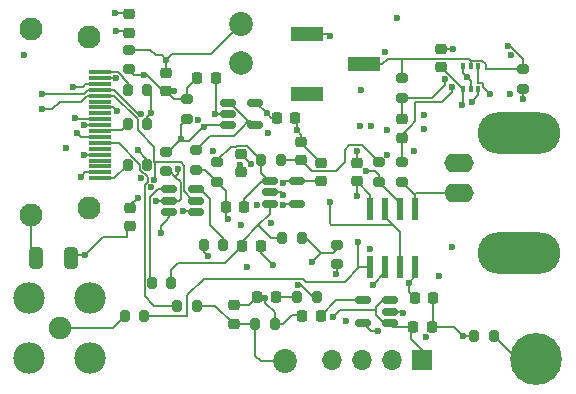
<source format=gbr>
%TF.GenerationSoftware,KiCad,Pcbnew,(6.0.11)*%
%TF.CreationDate,2024-01-26T14:49:32-06:00*%
%TF.ProjectId,voltage_sense,766f6c74-6167-4655-9f73-656e73652e6b,rev?*%
%TF.SameCoordinates,Original*%
%TF.FileFunction,Copper,L1,Top*%
%TF.FilePolarity,Positive*%
%FSLAX46Y46*%
G04 Gerber Fmt 4.6, Leading zero omitted, Abs format (unit mm)*
G04 Created by KiCad (PCBNEW (6.0.11)) date 2024-01-26 14:49:32*
%MOMM*%
%LPD*%
G01*
G04 APERTURE LIST*
G04 Aperture macros list*
%AMRoundRect*
0 Rectangle with rounded corners*
0 $1 Rounding radius*
0 $2 $3 $4 $5 $6 $7 $8 $9 X,Y pos of 4 corners*
0 Add a 4 corners polygon primitive as box body*
4,1,4,$2,$3,$4,$5,$6,$7,$8,$9,$2,$3,0*
0 Add four circle primitives for the rounded corners*
1,1,$1+$1,$2,$3*
1,1,$1+$1,$4,$5*
1,1,$1+$1,$6,$7*
1,1,$1+$1,$8,$9*
0 Add four rect primitives between the rounded corners*
20,1,$1+$1,$2,$3,$4,$5,0*
20,1,$1+$1,$4,$5,$6,$7,0*
20,1,$1+$1,$6,$7,$8,$9,0*
20,1,$1+$1,$8,$9,$2,$3,0*%
G04 Aperture macros list end*
%TA.AperFunction,SMDPad,CuDef*%
%ADD10R,0.558800X1.981200*%
%TD*%
%TA.AperFunction,SMDPad,CuDef*%
%ADD11RoundRect,0.150000X-0.512500X-0.150000X0.512500X-0.150000X0.512500X0.150000X-0.512500X0.150000X0*%
%TD*%
%TA.AperFunction,SMDPad,CuDef*%
%ADD12RoundRect,0.200000X0.200000X0.275000X-0.200000X0.275000X-0.200000X-0.275000X0.200000X-0.275000X0*%
%TD*%
%TA.AperFunction,ComponentPad*%
%ADD13R,1.700000X1.700000*%
%TD*%
%TA.AperFunction,ComponentPad*%
%ADD14O,1.700000X1.700000*%
%TD*%
%TA.AperFunction,SMDPad,CuDef*%
%ADD15RoundRect,0.200000X0.275000X-0.200000X0.275000X0.200000X-0.275000X0.200000X-0.275000X-0.200000X0*%
%TD*%
%TA.AperFunction,SMDPad,CuDef*%
%ADD16RoundRect,0.225000X-0.225000X-0.250000X0.225000X-0.250000X0.225000X0.250000X-0.225000X0.250000X0*%
%TD*%
%TA.AperFunction,SMDPad,CuDef*%
%ADD17RoundRect,0.150000X0.512500X0.150000X-0.512500X0.150000X-0.512500X-0.150000X0.512500X-0.150000X0*%
%TD*%
%TA.AperFunction,SMDPad,CuDef*%
%ADD18RoundRect,0.225000X-0.250000X0.225000X-0.250000X-0.225000X0.250000X-0.225000X0.250000X0.225000X0*%
%TD*%
%TA.AperFunction,ComponentPad*%
%ADD19C,2.020000*%
%TD*%
%TA.AperFunction,SMDPad,CuDef*%
%ADD20RoundRect,0.200000X-0.200000X-0.275000X0.200000X-0.275000X0.200000X0.275000X-0.200000X0.275000X0*%
%TD*%
%TA.AperFunction,SMDPad,CuDef*%
%ADD21R,0.420000X0.600000*%
%TD*%
%TA.AperFunction,SMDPad,CuDef*%
%ADD22RoundRect,0.200000X-0.275000X0.200000X-0.275000X-0.200000X0.275000X-0.200000X0.275000X0.200000X0*%
%TD*%
%TA.AperFunction,SMDPad,CuDef*%
%ADD23RoundRect,0.225000X0.225000X0.250000X-0.225000X0.250000X-0.225000X-0.250000X0.225000X-0.250000X0*%
%TD*%
%TA.AperFunction,ComponentPad*%
%ADD24C,2.000000*%
%TD*%
%TA.AperFunction,ComponentPad*%
%ADD25O,2.500000X1.600000*%
%TD*%
%TA.AperFunction,ComponentPad*%
%ADD26O,7.000000X3.500000*%
%TD*%
%TA.AperFunction,SMDPad,CuDef*%
%ADD27R,1.900000X0.300000*%
%TD*%
%TA.AperFunction,ComponentPad*%
%ADD28C,1.950000*%
%TD*%
%TA.AperFunction,ComponentPad*%
%ADD29C,4.400000*%
%TD*%
%TA.AperFunction,SMDPad,CuDef*%
%ADD30RoundRect,0.250000X-0.325000X-0.650000X0.325000X-0.650000X0.325000X0.650000X-0.325000X0.650000X0*%
%TD*%
%TA.AperFunction,SMDPad,CuDef*%
%ADD31R,2.790000X1.190000*%
%TD*%
%TA.AperFunction,SMDPad,CuDef*%
%ADD32RoundRect,0.225000X0.250000X-0.225000X0.250000X0.225000X-0.250000X0.225000X-0.250000X-0.225000X0*%
%TD*%
%TA.AperFunction,ComponentPad*%
%ADD33C,1.905000*%
%TD*%
%TA.AperFunction,ComponentPad*%
%ADD34C,2.667000*%
%TD*%
%TA.AperFunction,ViaPad*%
%ADD35C,0.600000*%
%TD*%
%TA.AperFunction,Conductor*%
%ADD36C,0.127000*%
%TD*%
%TA.AperFunction,Conductor*%
%ADD37C,0.152400*%
%TD*%
G04 APERTURE END LIST*
D10*
%TO.P,U7,1,OUTA*%
%TO.N,/vsense/gain_adjust_2/OUT*%
X31127700Y11074400D03*
%TO.P,U7,2,-INA*%
%TO.N,/vsense/-IN_A*%
X32397700Y11074400D03*
%TO.P,U7,3,+INA*%
%TO.N,/vsense/STG1_OUT*%
X33667700Y11074400D03*
%TO.P,U7,4,-V*%
%TO.N,-15V*%
X34937700Y11074400D03*
%TO.P,U7,5,+INB*%
%TO.N,Net-(J5-Pad1)*%
X34937700Y16002000D03*
%TO.P,U7,6,-INB*%
%TO.N,/vsense/-IN_B*%
X33667700Y16002000D03*
%TO.P,U7,7,OUTB*%
%TO.N,/vsense/STG1_OUT*%
X32397700Y16002000D03*
%TO.P,U7,8,V+*%
%TO.N,+15V*%
X31127700Y16002000D03*
%TD*%
D11*
%TO.P,U3,1*%
%TO.N,/vsense/OFF_ADJ*%
X22615200Y18348300D03*
%TO.P,U3,2,V-*%
%TO.N,-15V*%
X22615200Y17398300D03*
%TO.P,U3,3,+*%
%TO.N,Net-(C11-Pad2)*%
X22615200Y16448300D03*
%TO.P,U3,4,-*%
%TO.N,Net-(C21-Pad2)*%
X24890200Y16448300D03*
%TO.P,U3,5,V+*%
%TO.N,+15V*%
X24890200Y18348300D03*
%TD*%
D12*
%TO.P,R10,1*%
%TO.N,Net-(C11-Pad2)*%
X14287000Y9715500D03*
%TO.P,R10,2*%
%TO.N,Net-(IC1-Pad1)*%
X12637000Y9715500D03*
%TD*%
D13*
%TO.P,J2,1,Pin_1*%
%TO.N,+5V*%
X35550000Y3168500D03*
D14*
%TO.P,J2,2,Pin_2*%
%TO.N,-15V*%
X33010000Y3168500D03*
%TO.P,J2,3,Pin_3*%
%TO.N,+15V*%
X30470000Y3168500D03*
%TO.P,J2,4,Pin_4*%
%TO.N,GND*%
X27930000Y3168500D03*
%TD*%
D15*
%TO.P,R13,1*%
%TO.N,Net-(C12-Pad1)*%
X33782000Y25400500D03*
%TO.P,R13,2*%
%TO.N,Net-(R11-Pad2)*%
X33782000Y27050500D03*
%TD*%
D16*
%TO.P,C6,1*%
%TO.N,-15V*%
X34912000Y8445500D03*
%TO.P,C6,2*%
%TO.N,GND*%
X36462000Y8445500D03*
%TD*%
D17*
%TO.P,U9,1,VIN*%
%TO.N,+5V*%
X32760500Y6352500D03*
%TO.P,U9,2,GND*%
%TO.N,GND*%
X32760500Y7302500D03*
%TO.P,U9,3,ON/~{OFF}*%
%TO.N,+5V*%
X32760500Y8252500D03*
%TO.P,U9,4,BP*%
%TO.N,Net-(C19-Pad1)*%
X30485500Y8252500D03*
%TO.P,U9,5,VOUT*%
%TO.N,+3V3*%
X30485500Y6352500D03*
%TD*%
D18*
%TO.P,C2,1*%
%TO.N,GND*%
X29972000Y19888500D03*
%TO.P,C2,2*%
%TO.N,+15V*%
X29972000Y18338500D03*
%TD*%
D19*
%TO.P,TP1,1*%
%TO.N,Net-(C13-Pad2)*%
X23876000Y3111500D03*
%TD*%
D12*
%TO.P,R4,1*%
%TO.N,/vsense/STG1_OUT*%
X12255000Y23177500D03*
%TO.P,R4,2*%
%TO.N,/vsense/CAL_ADC*%
X10605000Y23177500D03*
%TD*%
D15*
%TO.P,R6,1*%
%TO.N,Net-(C21-Pad2)*%
X16383000Y19304500D03*
%TO.P,R6,2*%
%TO.N,/vsense/2V_BUF*%
X16383000Y20954500D03*
%TD*%
D18*
%TO.P,C39,1*%
%TO.N,GND*%
X10668000Y32461500D03*
%TO.P,C39,2*%
%TO.N,+5V*%
X10668000Y30911500D03*
%TD*%
%TO.P,C8,1*%
%TO.N,GND*%
X25273000Y21666500D03*
%TO.P,C8,2*%
%TO.N,Net-(C8-Pad2)*%
X25273000Y20116500D03*
%TD*%
D12*
%TO.P,R66,1*%
%TO.N,+3V3*%
X26606000Y8572500D03*
%TO.P,R66,2*%
%TO.N,Net-(C5-Pad1)*%
X24956000Y8572500D03*
%TD*%
%TO.P,R71,1*%
%TO.N,Net-(H3-Pad1)*%
X41592000Y5270500D03*
%TO.P,R71,2*%
%TO.N,GND*%
X39942000Y5270500D03*
%TD*%
D15*
%TO.P,R28,1*%
%TO.N,Net-(C24-Pad2)*%
X15621000Y23622500D03*
%TO.P,R28,2*%
%TO.N,GND*%
X15621000Y25272500D03*
%TD*%
D20*
%TO.P,R16,1*%
%TO.N,Net-(C13-Pad2)*%
X21400000Y6286500D03*
%TO.P,R16,2*%
%TO.N,GND*%
X23050000Y6286500D03*
%TD*%
D12*
%TO.P,R15,1*%
%TO.N,Net-(C13-Pad2)*%
X16446000Y7810500D03*
%TO.P,R15,2*%
%TO.N,/vsense/CC*%
X14796000Y7810500D03*
%TD*%
D21*
%TO.P,U4,1,VDD*%
%TO.N,+3V3*%
X38974000Y26164500D03*
%TO.P,U4,2,VSS*%
%TO.N,GND*%
X39624000Y26164500D03*
%TO.P,U4,3,SCL*%
%TO.N,SCL*%
X40274000Y26164500D03*
%TO.P,U4,4,SDA*%
%TO.N,SDA*%
X40274000Y28064500D03*
%TO.P,U4,5,B*%
%TO.N,Net-(R11-Pad2)*%
X39624000Y28064500D03*
%TO.P,U4,6,W*%
%TO.N,GND*%
X38974000Y28064500D03*
%TD*%
D11*
%TO.P,IC1,1,VOUT*%
%TO.N,Net-(IC1-Pad1)*%
X14102500Y17650500D03*
%TO.P,IC1,2,VA*%
%TO.N,+4V*%
X14102500Y16700500D03*
%TO.P,IC1,3,GND*%
%TO.N,GND*%
X14102500Y15750500D03*
%TO.P,IC1,4,SDA*%
%TO.N,SDA*%
X16377500Y15750500D03*
%TO.P,IC1,5,SCL*%
%TO.N,SCL*%
X16377500Y16700500D03*
%TO.P,IC1,6,ADR0*%
%TO.N,Net-(IC1-Pad6)*%
X16377500Y17650500D03*
%TD*%
D22*
%TO.P,R27,1*%
%TO.N,Net-(C24-Pad2)*%
X13843000Y20827500D03*
%TO.P,R27,2*%
%TO.N,+4V*%
X13843000Y19177500D03*
%TD*%
D23*
%TO.P,C11,1*%
%TO.N,GND*%
X21857000Y12890500D03*
%TO.P,C11,2*%
%TO.N,Net-(C11-Pad2)*%
X20307000Y12890500D03*
%TD*%
D12*
%TO.P,R31,1*%
%TO.N,Net-(C8-Pad2)*%
X23558000Y20129500D03*
%TO.P,R31,2*%
%TO.N,/vsense/OFF_ADJ*%
X21908000Y20129500D03*
%TD*%
%TO.P,R3,2*%
%TO.N,GND*%
X17019000Y12921500D03*
%TO.P,R3,1*%
%TO.N,Net-(IC1-Pad6)*%
X18669000Y12921500D03*
%TD*%
D24*
%TO.P,TP9,1,1*%
%TO.N,GND*%
X20193000Y28384500D03*
%TD*%
D20*
%TO.P,R14,1*%
%TO.N,/vsense/SMA_OUT*%
X10351000Y6921500D03*
%TO.P,R14,2*%
%TO.N,/vsense/gain_adjust_2/OUT*%
X12001000Y6921500D03*
%TD*%
D15*
%TO.P,R11,1*%
%TO.N,GND*%
X44069000Y26162500D03*
%TO.P,R11,2*%
%TO.N,Net-(R11-Pad2)*%
X44069000Y27812500D03*
%TD*%
D22*
%TO.P,R26,1*%
%TO.N,GND*%
X28321000Y12953500D03*
%TO.P,R26,2*%
%TO.N,/vsense/-IN_A*%
X28321000Y11303500D03*
%TD*%
D25*
%TO.P,J5,1,In*%
%TO.N,Net-(J5-Pad1)*%
X38608000Y17317500D03*
D26*
%TO.P,J5,2,Ext*%
%TO.N,GND*%
X43688000Y22397500D03*
D25*
X38608000Y19857500D03*
D26*
X43688000Y12237500D03*
%TD*%
D27*
%TO.P,J4,1,D2+*%
%TO.N,/vsense/CMD*%
X8268000Y18585500D03*
%TO.P,J4,2,D2S*%
%TO.N,GND*%
X8268000Y19085500D03*
%TO.P,J4,3,D2-*%
%TO.N,/vsense/CAL_DAC*%
X8268000Y19585500D03*
%TO.P,J4,4,D1+*%
%TO.N,/vsense/OUT_P*%
X8268000Y20085500D03*
%TO.P,J4,5,D1S*%
%TO.N,GND*%
X8268000Y20585500D03*
%TO.P,J4,6,D1-*%
%TO.N,/vsense/OUT_N*%
X8268000Y21085500D03*
%TO.P,J4,7,D0+*%
%TO.N,/vsense/CC*%
X8268000Y21585500D03*
%TO.P,J4,8,D0S*%
%TO.N,GND*%
X8268000Y22085500D03*
%TO.P,J4,9,D0-*%
%TO.N,/vsense/CAL_ADC*%
X8268000Y22585500D03*
%TO.P,J4,10,CK+*%
%TO.N,+15V*%
X8268000Y23085500D03*
%TO.P,J4,11,CKS*%
%TO.N,GND*%
X8268000Y23585500D03*
%TO.P,J4,12,CK-*%
%TO.N,/vsense/VCM*%
X8268000Y24085500D03*
%TO.P,J4,13,CEC*%
%TO.N,-15V*%
X8268000Y24585500D03*
%TO.P,J4,14,UTILITY*%
%TO.N,unconnected-(J4-Pad14)*%
X8268000Y25085500D03*
%TO.P,J4,15,SCL*%
%TO.N,SCL*%
X8268000Y25585500D03*
%TO.P,J4,16,SDA*%
%TO.N,SDA*%
X8268000Y26085500D03*
%TO.P,J4,17,GND*%
%TO.N,GND*%
X8268000Y26585500D03*
%TO.P,J4,18,+5V*%
%TO.N,+5V*%
X8268000Y27085500D03*
%TO.P,J4,19,HPD*%
%TO.N,/vsense/AMP_OUT*%
X8268000Y27585500D03*
D28*
%TO.P,J4,SH,SH*%
%TO.N,Net-(FB1-Pad1)*%
X7318000Y16085500D03*
X7318000Y30585500D03*
X2418000Y31185500D03*
X2418000Y15485500D03*
%TD*%
D22*
%TO.P,R9,1*%
%TO.N,/vsense/OFF_ADJ*%
X18161000Y19938500D03*
%TO.P,R9,2*%
%TO.N,Net-(C21-Pad2)*%
X18161000Y18288500D03*
%TD*%
D18*
%TO.P,C9,1*%
%TO.N,GND*%
X26924000Y19888500D03*
%TO.P,C9,2*%
%TO.N,+15V*%
X26924000Y18338500D03*
%TD*%
D23*
%TO.P,C14,1*%
%TO.N,GND*%
X24778000Y23685500D03*
%TO.P,C14,2*%
%TO.N,+15V*%
X23228000Y23685500D03*
%TD*%
%TO.P,C15,1*%
%TO.N,-15V*%
X18047000Y27114500D03*
%TO.P,C15,2*%
%TO.N,GND*%
X16497000Y27114500D03*
%TD*%
D12*
%TO.P,R29,1*%
%TO.N,GND*%
X25336000Y13525500D03*
%TO.P,R29,2*%
%TO.N,Net-(C11-Pad2)*%
X23686000Y13525500D03*
%TD*%
D18*
%TO.P,C13,1*%
%TO.N,GND*%
X19558000Y7823500D03*
%TO.P,C13,2*%
%TO.N,Net-(C13-Pad2)*%
X19558000Y6273500D03*
%TD*%
D11*
%TO.P,U1,1*%
%TO.N,/vsense/2V_BUF*%
X19091250Y24955500D03*
%TO.P,U1,2,V-*%
%TO.N,-15V*%
X19091250Y24005500D03*
%TO.P,U1,3,+*%
%TO.N,Net-(C24-Pad2)*%
X19091250Y23055500D03*
%TO.P,U1,4,-*%
%TO.N,/vsense/2V_BUF*%
X21366250Y23055500D03*
%TO.P,U1,5,V+*%
%TO.N,+15V*%
X21366250Y24955500D03*
%TD*%
D15*
%TO.P,R30,1*%
%TO.N,/vsense/-IN_B*%
X31877000Y18288500D03*
%TO.P,R30,2*%
%TO.N,Net-(C8-Pad2)*%
X31877000Y19938500D03*
%TD*%
D22*
%TO.P,R1,1*%
%TO.N,Net-(C1-Pad2)*%
X10668000Y29463500D03*
%TO.P,R1,2*%
%TO.N,GND*%
X10668000Y27813500D03*
%TD*%
D29*
%TO.P,H3,1,1*%
%TO.N,Net-(H3-Pad1)*%
X45200000Y3317500D03*
%TD*%
D22*
%TO.P,R12,1*%
%TO.N,Net-(C12-Pad2)*%
X33782000Y19938500D03*
%TO.P,R12,2*%
%TO.N,Net-(J5-Pad1)*%
X33782000Y18288500D03*
%TD*%
D19*
%TO.P,TP2,1*%
%TO.N,Net-(C1-Pad2)*%
X20193000Y31686500D03*
%TD*%
D30*
%TO.P,FB1,1*%
%TO.N,Net-(FB1-Pad1)*%
X2843000Y11874500D03*
%TO.P,FB1,2*%
%TO.N,GND*%
X5793000Y11874500D03*
%TD*%
D12*
%TO.P,R18,1*%
%TO.N,/vsense/STG1_OUT*%
X12255000Y26098500D03*
%TO.P,R18,2*%
%TO.N,/vsense/AMP_OUT*%
X10605000Y26098500D03*
%TD*%
D23*
%TO.P,C21,1*%
%TO.N,/vsense/OFF_ADJ*%
X20460000Y16192500D03*
%TO.P,C21,2*%
%TO.N,Net-(C21-Pad2)*%
X18910000Y16192500D03*
%TD*%
%TO.P,C19,1*%
%TO.N,Net-(C19-Pad1)*%
X26937000Y6921500D03*
%TO.P,C19,2*%
%TO.N,GND*%
X25387000Y6921500D03*
%TD*%
D18*
%TO.P,C12,1*%
%TO.N,Net-(C12-Pad1)*%
X33782000Y23571500D03*
%TO.P,C12,2*%
%TO.N,Net-(C12-Pad2)*%
X33782000Y22021500D03*
%TD*%
D31*
%TO.P,RV1,1,1*%
%TO.N,Net-(C12-Pad1)*%
X25779000Y30797500D03*
%TO.P,RV1,2,2*%
%TO.N,Net-(R11-Pad2)*%
X30609000Y28257500D03*
%TO.P,RV1,3,3*%
%TO.N,unconnected-(RV1-Pad3)*%
X25779000Y25717500D03*
%TD*%
D16*
%TO.P,C4,1*%
%TO.N,+5V*%
X34785000Y6032500D03*
%TO.P,C4,2*%
%TO.N,GND*%
X36335000Y6032500D03*
%TD*%
D32*
%TO.P,C10,1*%
%TO.N,-15V*%
X20193000Y19100500D03*
%TO.P,C10,2*%
%TO.N,GND*%
X20193000Y20650500D03*
%TD*%
%TO.P,C3,1*%
%TO.N,GND*%
X10795000Y14528500D03*
%TO.P,C3,2*%
%TO.N,+4V*%
X10795000Y16078500D03*
%TD*%
D12*
%TO.P,R2,1*%
%TO.N,Net-(C1-Pad2)*%
X12255000Y19748500D03*
%TO.P,R2,2*%
%TO.N,/vsense/CMD*%
X10605000Y19748500D03*
%TD*%
D23*
%TO.P,C5,1*%
%TO.N,Net-(C5-Pad1)*%
X23127000Y8572500D03*
%TO.P,C5,2*%
%TO.N,GND*%
X21577000Y8572500D03*
%TD*%
D32*
%TO.P,C1,1*%
%TO.N,GND*%
X13843000Y25958500D03*
%TO.P,C1,2*%
%TO.N,Net-(C1-Pad2)*%
X13843000Y27508500D03*
%TD*%
D18*
%TO.P,C47,1*%
%TO.N,GND*%
X37084000Y29540500D03*
%TO.P,C47,2*%
%TO.N,+3V3*%
X37084000Y27990500D03*
%TD*%
D33*
%TO.P,J1,1,In*%
%TO.N,/vsense/SMA_OUT*%
X4826000Y5905500D03*
D34*
%TO.P,J1,2,Ext*%
%TO.N,GND*%
X7375900Y3355600D03*
%TO.P,J1,3*%
%TO.N,N/C*%
X2276100Y3355600D03*
%TO.P,J1,4*%
X2276100Y8455400D03*
%TO.P,J1,5*%
X7375900Y8455400D03*
%TD*%
D35*
%TO.N,GND*%
X22479000Y22415500D03*
X6604000Y18697850D03*
X6299585Y22453676D03*
X33909000Y7175500D03*
X31206302Y23010217D03*
X44069000Y25330500D03*
X13399000Y13970500D03*
X29083000Y6540500D03*
X6858000Y20585500D03*
X6096000Y23685500D03*
X22860000Y11239500D03*
X17780000Y20891500D03*
X26162000Y11493500D03*
X21526200Y16301500D03*
X35687000Y22796500D03*
X36957000Y10350500D03*
X43053000Y29019500D03*
X38989000Y5270500D03*
X21018000Y19811500D03*
X6985000Y12128500D03*
X20193000Y14668500D03*
X11938000Y27368500D03*
X9525000Y32575500D03*
X29972000Y20891500D03*
X22250500Y8445500D03*
X24892000Y22669500D03*
X5969000Y26352500D03*
X17399000Y12001500D03*
X38100000Y29527500D03*
X39359593Y27119765D03*
X33401000Y32194500D03*
X14478000Y25971500D03*
%TO.N,Net-(C1-Pad2)*%
X13843000Y28638500D03*
X11483116Y20944616D03*
%TO.N,SCL*%
X12555000Y17843500D03*
X12827000Y18478500D03*
X39751000Y25077829D03*
X3302000Y24447500D03*
%TO.N,SDA*%
X41275000Y25717500D03*
X11684000Y24066500D03*
X15240000Y15811500D03*
X11679583Y18603701D03*
X3302000Y25717500D03*
%TO.N,+5V*%
X9603565Y27036642D03*
X27978592Y6865656D03*
X9639000Y31038500D03*
X16557715Y23490017D03*
X20701000Y11112500D03*
%TO.N,+15V*%
X22352000Y24086600D03*
X32385000Y29273500D03*
X34798000Y20891500D03*
X6893000Y23060600D03*
X29967611Y17103299D03*
X31094898Y12622500D03*
X23749000Y18224500D03*
%TO.N,-15V*%
X35709568Y23909302D03*
X17992250Y24005500D03*
X9646200Y24289900D03*
X30261701Y23050500D03*
X34397825Y9751186D03*
X42926000Y25717500D03*
X23749000Y17208500D03*
X35814000Y5143500D03*
X20142030Y19736000D03*
%TO.N,+3V3*%
X1778000Y29019500D03*
X31750000Y5651500D03*
X38918933Y24771567D03*
X25019000Y9588500D03*
X32587682Y20588705D03*
X5334000Y21145500D03*
%TO.N,Net-(C12-Pad1)*%
X37452537Y26975037D03*
X27686000Y30670500D03*
%TO.N,Net-(C21-Pad2)*%
X23749000Y16301500D03*
X19113500Y15113000D03*
%TO.N,/vsense/STG1_OUT*%
X27718000Y16573500D03*
X12583936Y24133000D03*
X30353000Y26098500D03*
%TO.N,Net-(C12-Pad2)*%
X38026116Y26299384D03*
%TO.N,Net-(R11-Pad2)*%
X42799000Y29781500D03*
%TO.N,/vsense/gain_adjust_2/OUT*%
X38067993Y12731493D03*
X30089498Y13149986D03*
%TO.N,+4V*%
X11434661Y16955403D03*
X14859000Y19413000D03*
X13011600Y16700500D03*
%TO.N,/vsense/SW3*%
X22733000Y14795500D03*
X32512000Y22669500D03*
%TO.N,Net-(C24-Pad2)*%
X15113000Y21907500D03*
X17053155Y22958655D03*
%TO.N,/vsense/-IN_A*%
X31369000Y9588500D03*
X28194000Y10477500D03*
%TO.N,/vsense/-IN_B*%
X30734000Y19240500D03*
%TD*%
D36*
%TO.N,GND*%
X11113000Y27368500D02*
X10668000Y27813500D01*
D37*
X23737500Y6286500D02*
X24486100Y7035100D01*
D36*
X38227000Y6032500D02*
X36335000Y6032500D01*
D37*
X6793000Y26352500D02*
X6964000Y26523500D01*
X19558000Y7823500D02*
X20828000Y7823500D01*
X14529000Y25272500D02*
X13843000Y25958500D01*
D36*
X25273400Y7035100D02*
X25387000Y6921500D01*
D37*
X6192800Y23588700D02*
X6096000Y23685500D01*
X26924000Y12255500D02*
X26162000Y11493500D01*
X25654000Y13525500D02*
X26924000Y12255500D01*
X6964000Y26585500D02*
X8268000Y26585500D01*
D36*
X38989000Y5270500D02*
X38227000Y6032500D01*
X14102500Y15269700D02*
X13843000Y15010200D01*
D37*
X24892000Y22669500D02*
X24892000Y23571500D01*
D36*
X13399000Y14566200D02*
X13843000Y15010200D01*
X11938000Y27368500D02*
X11113000Y27368500D01*
X17399000Y12001500D02*
X17019000Y12381500D01*
X38989000Y5270500D02*
X39942000Y5270500D01*
X36462000Y6159500D02*
X36335000Y6032500D01*
X6858000Y20585500D02*
X8268000Y20585500D01*
D37*
X33782000Y7302500D02*
X33909000Y7175500D01*
X25336000Y13525500D02*
X25654000Y13525500D01*
X22123500Y8572500D02*
X21577000Y8572500D01*
X39624000Y26164500D02*
X39624000Y26860500D01*
X22860000Y11239500D02*
X21857000Y12242500D01*
X24892000Y23571500D02*
X24778000Y23685500D01*
X38087000Y29540500D02*
X38100000Y29527500D01*
D36*
X6985000Y12128500D02*
X6047000Y12128500D01*
D37*
X29972000Y19888500D02*
X29972000Y20891500D01*
X39624000Y26860500D02*
X38974000Y27510500D01*
X22250500Y8445500D02*
X22123500Y8572500D01*
X14478000Y25971500D02*
X13856000Y25971500D01*
X8268000Y23585500D02*
X8264800Y23588700D01*
D36*
X24486100Y7035100D02*
X25273400Y7035100D01*
X17019000Y12381500D02*
X17019000Y12921500D01*
D37*
X13602000Y25958500D02*
X12192000Y27368500D01*
X21857000Y12242500D02*
X21857000Y12890500D01*
X25273000Y21666500D02*
X25273000Y22288500D01*
X22250500Y8039000D02*
X23050000Y7239500D01*
X32760500Y7302500D02*
X33782000Y7302500D01*
X5969000Y26352500D02*
X6793000Y26352500D01*
D36*
X10541000Y14274500D02*
X10795000Y14528500D01*
D37*
X12192000Y27368500D02*
X11938000Y27368500D01*
X23050000Y7239500D02*
X23050000Y6286500D01*
D36*
X6047000Y12128500D02*
X5793000Y11874500D01*
D37*
X6299585Y22453676D02*
X6667761Y22085500D01*
X23050000Y6286500D02*
X23737500Y6286500D01*
X20828000Y7823500D02*
X21577000Y8572500D01*
X13856000Y25971500D02*
X13843000Y25958500D01*
X28321000Y12953500D02*
X28321000Y12636500D01*
D36*
X6604000Y18697850D02*
X6991650Y19085500D01*
D37*
X38974000Y27510500D02*
X38974000Y28064500D01*
X6667761Y22085500D02*
X8268000Y22085500D01*
X37084000Y29540500D02*
X38087000Y29540500D01*
X13843000Y25958500D02*
X13602000Y25958500D01*
D36*
X44069000Y25330500D02*
X44069000Y26162500D01*
X14102500Y15750500D02*
X14102500Y15269700D01*
D37*
X15621000Y25272500D02*
X14529000Y25272500D01*
X28321000Y12636500D02*
X27940000Y12255500D01*
X15621000Y26238500D02*
X15621000Y25272500D01*
X27940000Y12255500D02*
X26924000Y12255500D01*
X25273000Y22288500D02*
X24892000Y22669500D01*
D36*
X13399000Y13970500D02*
X13399000Y14566200D01*
X36462000Y8445500D02*
X36462000Y6159500D01*
X10541000Y13642900D02*
X8499400Y13642900D01*
D37*
X22250500Y8445500D02*
X22250500Y8039000D01*
D36*
X10541000Y13642900D02*
X10541000Y14274500D01*
D37*
X21018000Y19811500D02*
X21018000Y19825500D01*
X9525000Y32575500D02*
X10655000Y32575500D01*
X16497000Y27114500D02*
X15621000Y26238500D01*
D36*
X8499400Y13642900D02*
X6985000Y12128500D01*
D37*
X25273000Y21666500D02*
X25273000Y21539500D01*
X8264800Y23588700D02*
X6192800Y23588700D01*
D36*
X6991650Y19085500D02*
X8268000Y19085500D01*
D37*
X25273000Y21539500D02*
X26924000Y19888500D01*
X21018000Y19825500D02*
X20193000Y20650500D01*
D36*
%TO.N,Net-(C1-Pad2)*%
X12510000Y29463500D02*
X12954000Y29019500D01*
X20193000Y31686500D02*
X17653000Y29146500D01*
D37*
X11483116Y20944616D02*
X12255000Y20172732D01*
D36*
X13462000Y29019500D02*
X13843000Y28638500D01*
X10668000Y29463500D02*
X12510000Y29463500D01*
X14351000Y29146500D02*
X13843000Y28638500D01*
D37*
X12255000Y20172732D02*
X12255000Y19748500D01*
D36*
X17653000Y29146500D02*
X14351000Y29146500D01*
X12954000Y29019500D02*
X13462000Y29019500D01*
X13843000Y28638500D02*
X13843000Y27508500D01*
D37*
%TO.N,Net-(C8-Pad2)*%
X29337000Y21399500D02*
X30416000Y21399500D01*
X28956000Y20002500D02*
X28956000Y21018500D01*
X25273000Y20116500D02*
X23571000Y20116500D01*
X28956000Y21018500D02*
X29337000Y21399500D01*
X30416000Y21399500D02*
X31877000Y19938500D01*
X28188800Y19235300D02*
X28956000Y20002500D01*
X23571000Y20116500D02*
X23558000Y20129500D01*
X25273000Y20116500D02*
X26154200Y19235300D01*
X26154200Y19235300D02*
X28188800Y19235300D01*
D36*
%TO.N,SCL*%
X6604000Y25082500D02*
X4826000Y25082500D01*
X7239000Y25590500D02*
X7112000Y25590500D01*
X4826000Y25082500D02*
X4191000Y24447500D01*
X12883166Y18534666D02*
X12827000Y18478500D01*
X16147539Y16700500D02*
X16377500Y16700500D01*
X8268000Y25585500D02*
X9408600Y25585500D01*
X12853083Y21246417D02*
X12853083Y19972417D01*
X4191000Y24447500D02*
X3302000Y24447500D01*
X12883166Y20002500D02*
X12883166Y18534666D01*
X11430000Y22669500D02*
X12853083Y21246417D01*
D37*
X40274000Y25600829D02*
X39751000Y25077829D01*
D36*
X7112000Y25590500D02*
X6604000Y25082500D01*
X9408600Y25585500D02*
X11430000Y23564100D01*
X7244000Y25585500D02*
X7239000Y25590500D01*
X11430000Y23564100D02*
X11430000Y22669500D01*
D37*
X40274000Y26164500D02*
X40274000Y25600829D01*
D36*
X15367000Y17481039D02*
X16147539Y16700500D01*
X8268000Y25585500D02*
X7244000Y25585500D01*
X12931366Y19954300D02*
X15072693Y19954300D01*
X15374900Y19652093D02*
X15374900Y19224707D01*
X15367000Y19216807D02*
X15367000Y17481039D01*
X12883166Y20002500D02*
X12931366Y19954300D01*
X15374900Y19224707D02*
X15367000Y19216807D01*
X15072693Y19954300D02*
X15374900Y19652093D01*
X12853083Y19972417D02*
X12883166Y20002500D01*
%TO.N,SDA*%
X9408600Y26085500D02*
X11433500Y24060600D01*
X40274000Y26655000D02*
X40274000Y28064500D01*
X11684700Y24060600D02*
X11684700Y24065800D01*
D37*
X7239000Y26098500D02*
X8255000Y26098500D01*
X8255000Y26098500D02*
X8268000Y26085500D01*
D36*
X16102900Y15811500D02*
X16163900Y15750500D01*
X16163900Y15750500D02*
X16377500Y15750500D01*
X41275000Y25717500D02*
X40674500Y26318000D01*
X11433500Y24060600D02*
X11684700Y24060600D01*
X8268000Y26085500D02*
X9408600Y26085500D01*
X15240000Y15811500D02*
X16102900Y15811500D01*
X11684700Y24065800D02*
X11684000Y24066500D01*
D37*
X3302000Y25717500D02*
X6858000Y25717500D01*
X6858000Y25717500D02*
X7239000Y26098500D01*
D36*
X40674500Y26318000D02*
X40674500Y26655000D01*
X40674500Y26655000D02*
X40274000Y26655000D01*
%TO.N,/vsense/CAL_ADC*%
X8352000Y22669500D02*
X10097000Y22669500D01*
X10097000Y22669500D02*
X10605000Y23177500D01*
X8268000Y22585500D02*
X8352000Y22669500D01*
%TO.N,+5V*%
X34785000Y6032500D02*
X33080500Y6032500D01*
X31623000Y7429500D02*
X28542436Y7429500D01*
X33080500Y6032500D02*
X32760500Y6352500D01*
D37*
X34544000Y5791500D02*
X34785000Y6032500D01*
X9554707Y27085500D02*
X8268000Y27085500D01*
D36*
X32760500Y6352500D02*
X32319000Y6352500D01*
X31623000Y7048500D02*
X31623000Y7429500D01*
X32319000Y6352500D02*
X31623000Y7048500D01*
D37*
X35550000Y3168500D02*
X35550000Y4010500D01*
D36*
X9639000Y31038500D02*
X10668000Y31038500D01*
D37*
X9603565Y27036642D02*
X9554707Y27085500D01*
D36*
X31623000Y7429500D02*
X31623000Y7683500D01*
X32192000Y8252500D02*
X32760500Y8252500D01*
D37*
X35550000Y4010500D02*
X34544000Y5016500D01*
X34544000Y5016500D02*
X34544000Y5791500D01*
D36*
X28542436Y7429500D02*
X27978592Y6865656D01*
X31623000Y7683500D02*
X32192000Y8252500D01*
%TO.N,/vsense/CC*%
X8268000Y21585500D02*
X9827600Y21585500D01*
X12046500Y18028672D02*
X12046500Y8591000D01*
X12319000Y18657250D02*
X12319000Y18301172D01*
X12046500Y8591000D02*
X12827000Y7810500D01*
X12827000Y7810500D02*
X14796000Y7810500D01*
X11664500Y19748600D02*
X11664500Y19311750D01*
X12319000Y18301172D02*
X12046500Y18028672D01*
X11664500Y19311750D02*
X12319000Y18657250D01*
X9827600Y21585500D02*
X11664500Y19748600D01*
D37*
%TO.N,+15V*%
X29967611Y17103299D02*
X29967611Y18334111D01*
D36*
X22352000Y24086600D02*
X21488600Y24950000D01*
D37*
X22753100Y23685500D02*
X23228000Y23685500D01*
D36*
X31127700Y17182800D02*
X29972000Y18338500D01*
X23749000Y18224500D02*
X23872800Y18348300D01*
X6917900Y23085500D02*
X8268000Y23085500D01*
X31127700Y16002000D02*
X31127700Y17182800D01*
D37*
X22352000Y24086600D02*
X22753100Y23685500D01*
D36*
X21488600Y24950000D02*
X21371750Y24950000D01*
D37*
X29967611Y18334111D02*
X29972000Y18338500D01*
D36*
X23872800Y18348300D02*
X24890200Y18348300D01*
X6893000Y23060600D02*
X6917900Y23085500D01*
X24890200Y18348300D02*
X24900000Y18338500D01*
X24900000Y18338500D02*
X26924000Y18338500D01*
D37*
%TO.N,-15V*%
X20142030Y19736000D02*
X20142030Y19151470D01*
D36*
X34937700Y10291061D02*
X34397825Y9751186D01*
D37*
X18047000Y24060250D02*
X17992250Y24005500D01*
X20142030Y19151470D02*
X20193000Y19100500D01*
D36*
X23559200Y17398300D02*
X22615200Y17398300D01*
X34397825Y8959675D02*
X34912000Y8445500D01*
X9408600Y24527500D02*
X9408600Y24585500D01*
X23749000Y17208500D02*
X23559200Y17398300D01*
X34937700Y11074400D02*
X34937700Y10291061D01*
X9646200Y24289900D02*
X9408600Y24527500D01*
X8268000Y24585500D02*
X9408600Y24585500D01*
X34397825Y9751186D02*
X34397825Y8959675D01*
X19091250Y24005500D02*
X17992250Y24005500D01*
D37*
X18047000Y27114500D02*
X18047000Y24060250D01*
D36*
%TO.N,+3V3*%
X38918933Y24771567D02*
X38974000Y24826634D01*
D37*
X26606000Y8572500D02*
X26289000Y8572500D01*
X26289000Y8572500D02*
X25273000Y9588500D01*
X37084000Y27990500D02*
X37148000Y27990500D01*
D36*
X38974000Y24826634D02*
X38974000Y26164500D01*
X31750000Y5651500D02*
X31186500Y5651500D01*
D37*
X25273000Y9588500D02*
X25019000Y9588500D01*
D36*
X31186500Y5651500D02*
X30485500Y6352500D01*
D37*
X37148000Y27990500D02*
X38974000Y26164500D01*
D36*
%TO.N,/vsense/CMD*%
X9442000Y18585500D02*
X8268000Y18585500D01*
X10605000Y19748500D02*
X9442000Y18585500D01*
%TO.N,/vsense/AMP_OUT*%
X9747672Y27585500D02*
X9689000Y27585500D01*
D37*
X10160000Y27114500D02*
X10160000Y27191840D01*
X9766340Y27585500D02*
X9689000Y27585500D01*
D36*
X9689000Y27585500D02*
X8268000Y27585500D01*
D37*
X10160000Y27191840D02*
X9766340Y27585500D01*
X10605000Y26669500D02*
X10160000Y27114500D01*
X10605000Y26098500D02*
X10605000Y26669500D01*
D36*
%TO.N,Net-(C11-Pad2)*%
X22615200Y15566700D02*
X22615200Y16448300D01*
X20357800Y12921500D02*
X20357800Y13309300D01*
X18868300Y11432000D02*
X20357800Y12921500D01*
X20357800Y13309300D02*
X21653500Y14605000D01*
D37*
X23686000Y13525500D02*
X22733000Y13525500D01*
D36*
X21653500Y14605000D02*
X22615200Y15566700D01*
X14287000Y9588500D02*
X14287000Y10858500D01*
X14287000Y10858500D02*
X14860500Y11432000D01*
D37*
X22733000Y13525500D02*
X21653500Y14605000D01*
D36*
X14860500Y11432000D02*
X18868300Y11432000D01*
D37*
%TO.N,Net-(C12-Pad1)*%
X37452537Y26467037D02*
X36386000Y25400500D01*
X36386000Y25400500D02*
X33782000Y25400500D01*
D36*
X27559000Y30797500D02*
X25779000Y30797500D01*
D37*
X33782000Y25400500D02*
X33782000Y23571500D01*
D36*
X27686000Y30670500D02*
X27559000Y30797500D01*
D37*
X37452537Y26975037D02*
X37452537Y26467037D01*
%TO.N,Net-(C21-Pad2)*%
X16383000Y19304500D02*
X17145000Y19304500D01*
X18910000Y17539500D02*
X18161000Y18288500D01*
X17145000Y19304500D02*
X18161000Y18288500D01*
X18910000Y16192500D02*
X18910000Y17539500D01*
X19113500Y15113000D02*
X18910000Y15316500D01*
X23895800Y16448300D02*
X23749000Y16301500D01*
X24890200Y16448300D02*
X23895800Y16448300D01*
X18910000Y15316500D02*
X18910000Y16192500D01*
%TO.N,/vsense/STG1_OUT*%
X33667700Y14020800D02*
X33667700Y11074400D01*
X33020000Y14668500D02*
X27838400Y14668500D01*
D36*
X12583936Y24133000D02*
X12583936Y25769564D01*
D37*
X33515300Y14173200D02*
X33020000Y14668500D01*
X27838400Y14668500D02*
X27718000Y14788900D01*
D36*
X12583936Y25769564D02*
X12255000Y26098500D01*
D37*
X27718000Y14788900D02*
X27718000Y16573500D01*
D36*
X12583936Y24133000D02*
X12255000Y23804064D01*
X12255000Y23804064D02*
X12255000Y23177500D01*
D37*
X32397700Y15290800D02*
X33655000Y14033500D01*
D36*
%TO.N,Net-(IC1-Pad1)*%
X13149300Y17650500D02*
X12496200Y16997400D01*
X12496200Y16997400D02*
X12496200Y9729300D01*
X14102500Y17650500D02*
X13149300Y17650500D01*
X12496200Y9729300D02*
X12637000Y9588500D01*
%TO.N,Net-(FB1-Pad1)*%
X2418000Y12299500D02*
X2418000Y15485500D01*
X2843000Y11874500D02*
X2418000Y12299500D01*
%TO.N,Net-(IC1-Pad6)*%
X17526000Y14668500D02*
X17526000Y16827500D01*
X17526000Y16827500D02*
X16703000Y17650500D01*
X18669000Y12921500D02*
X18669000Y13525500D01*
X16703000Y17650500D02*
X16377500Y17650500D01*
X18669000Y13525500D02*
X17526000Y14668500D01*
D37*
%TO.N,Net-(C5-Pad1)*%
X24956000Y8572500D02*
X23127000Y8572500D01*
D36*
%TO.N,Net-(C19-Pad1)*%
X28268000Y8252500D02*
X26937000Y6921500D01*
X30485500Y8252500D02*
X28268000Y8252500D01*
%TO.N,Net-(H3-Pad1)*%
X45200000Y3317500D02*
X43545000Y3317500D01*
X43545000Y3317500D02*
X41592000Y5270500D01*
D37*
%TO.N,Net-(C12-Pad2)*%
X34925000Y23431500D02*
X34925000Y25082500D01*
X33782000Y22021500D02*
X33782000Y22288500D01*
X33782000Y19938500D02*
X33782000Y22021500D01*
X38026116Y25897616D02*
X38026116Y26299384D01*
X37211000Y25082500D02*
X38026116Y25897616D01*
X34925000Y25082500D02*
X37211000Y25082500D01*
X34544000Y23050500D02*
X34925000Y23431500D01*
X33782000Y22288500D02*
X34544000Y23050500D01*
D36*
%TO.N,/vsense/SMA_OUT*%
X10351000Y6921500D02*
X9335000Y5905500D01*
X9335000Y5905500D02*
X4826000Y5905500D01*
D37*
%TO.N,/vsense/OFF_ADJ*%
X20460000Y16840500D02*
X21967800Y18348300D01*
X19734434Y21272500D02*
X19765634Y21303700D01*
X20733800Y21303700D02*
X21908000Y20129500D01*
X19304000Y21272500D02*
X19734434Y21272500D01*
X19765634Y21303700D02*
X20733800Y21303700D01*
X22615200Y18348300D02*
X22609200Y18348300D01*
X20460000Y16192500D02*
X20460000Y16840500D01*
X18161000Y19938500D02*
X18161000Y20129500D01*
X18161000Y20129500D02*
X19304000Y21272500D01*
X22609200Y18348300D02*
X21908000Y19049500D01*
X21908000Y19049500D02*
X21908000Y20129500D01*
X21967800Y18348300D02*
X22615200Y18348300D01*
D36*
%TO.N,Net-(J5-Pad1)*%
X35034000Y17317500D02*
X34925000Y17208500D01*
X38608000Y17317500D02*
X35034000Y17317500D01*
X34937700Y16002000D02*
X34937700Y17132800D01*
X34937700Y17132800D02*
X33782000Y18288500D01*
%TO.N,Net-(C13-Pad2)*%
X18021000Y7810500D02*
X19558000Y6273500D01*
D37*
X21844000Y3111500D02*
X23876000Y3111500D01*
X21400000Y3555500D02*
X21844000Y3111500D01*
X21400000Y6286500D02*
X21400000Y3555500D01*
X19571000Y6286500D02*
X19558000Y6273500D01*
X21400000Y6286500D02*
X19571000Y6286500D01*
D36*
X16446000Y7810500D02*
X18021000Y7810500D01*
%TO.N,Net-(R11-Pad2)*%
X32620200Y28715900D02*
X32161800Y28257500D01*
X32620200Y28715900D02*
X33704600Y28715900D01*
X40611200Y28555100D02*
X40889600Y28276700D01*
D37*
X43002633Y29781500D02*
X44069000Y28715133D01*
D36*
X40889600Y27812500D02*
X44069000Y27812500D01*
X39624000Y28555100D02*
X40611200Y28555100D01*
D37*
X44069000Y28715133D02*
X44069000Y27812500D01*
D36*
X39463200Y28715900D02*
X39624000Y28555100D01*
X40889600Y28276700D02*
X40889600Y27812500D01*
X39624000Y28064500D02*
X39624000Y28555100D01*
D37*
X42799000Y29781500D02*
X43002633Y29781500D01*
X33782000Y27050500D02*
X33782000Y28638500D01*
X33782000Y28638500D02*
X33704600Y28715900D01*
D36*
X33704600Y28715900D02*
X39463200Y28715900D01*
X32161800Y28257500D02*
X30609000Y28257500D01*
D37*
%TO.N,/vsense/gain_adjust_2/OUT*%
X17013200Y10091700D02*
X25471833Y10091700D01*
X25471833Y10091700D02*
X25721033Y9842500D01*
X30099000Y11188700D02*
X30099000Y13140484D01*
D36*
X31127700Y11074400D02*
X30213300Y11074400D01*
X30213300Y11074400D02*
X30099000Y11188700D01*
D37*
X25721033Y9842500D02*
X28981400Y9842500D01*
X30099000Y13140484D02*
X30089498Y13149986D01*
X15621000Y8699500D02*
X17013200Y10091700D01*
X12001000Y6921500D02*
X15621000Y6921500D01*
X28981400Y9842500D02*
X30213300Y11074400D01*
X15621000Y6921500D02*
X15621000Y8699500D01*
%TO.N,+4V*%
X14859000Y18986500D02*
X14605000Y18732500D01*
X15074900Y18262600D02*
X15074900Y16827500D01*
X13011600Y16700500D02*
X14102500Y16700500D01*
X10795000Y16315742D02*
X11434661Y16955403D01*
X13843000Y19177500D02*
X14160000Y19177500D01*
X14605000Y18732500D02*
X15074900Y18262600D01*
X14160000Y19177500D02*
X14605000Y18732500D01*
X14947900Y16700500D02*
X14102500Y16700500D01*
X10795000Y16078500D02*
X10795000Y16315742D01*
X15074900Y16827500D02*
X14947900Y16700500D01*
X14859000Y19413000D02*
X14859000Y18986500D01*
%TO.N,Net-(C24-Pad2)*%
X15113000Y23114500D02*
X15621000Y23622500D01*
X16926155Y22958655D02*
X17053155Y22958655D01*
D36*
X19091250Y23055500D02*
X17150000Y23055500D01*
D37*
X15113000Y21907500D02*
X14033000Y20827500D01*
X14033000Y20827500D02*
X13843000Y20827500D01*
X15113000Y21907500D02*
X15113000Y23114500D01*
X15113000Y21907500D02*
X15240000Y21780500D01*
X15748000Y21780500D02*
X16926155Y22958655D01*
X15240000Y21780500D02*
X15748000Y21780500D01*
D36*
%TO.N,/vsense/2V_BUF*%
X20228750Y22851900D02*
X20809450Y23432600D01*
X20989150Y23432600D02*
X21366250Y23055500D01*
D37*
X16383000Y20954500D02*
X17590000Y22161500D01*
D36*
X20809450Y23432600D02*
X20989150Y23432600D01*
D37*
X19558000Y22161500D02*
X20228750Y22832250D01*
X17590000Y22161500D02*
X19558000Y22161500D01*
X20228750Y22832250D02*
X20228750Y22851900D01*
D36*
X19286550Y24955500D02*
X19091250Y24955500D01*
X20809450Y23432600D02*
X19286550Y24955500D01*
%TO.N,/vsense/-IN_A*%
X32397700Y11074400D02*
X32397700Y10617200D01*
X32397700Y10617200D02*
X31369000Y9588500D01*
D37*
X28321000Y11303500D02*
X28321000Y10604500D01*
X28321000Y10604500D02*
X28194000Y10477500D01*
%TO.N,/vsense/-IN_B*%
X31496000Y19240500D02*
X31877000Y18859500D01*
D36*
X33667700Y16002000D02*
X33667700Y16497800D01*
D37*
X32639000Y17526500D02*
X31877000Y18288500D01*
X30734000Y19240500D02*
X31496000Y19240500D01*
D36*
X33667700Y16497800D02*
X32639000Y17526500D01*
D37*
X31877000Y18859500D02*
X31877000Y18288500D01*
%TD*%
M02*

</source>
